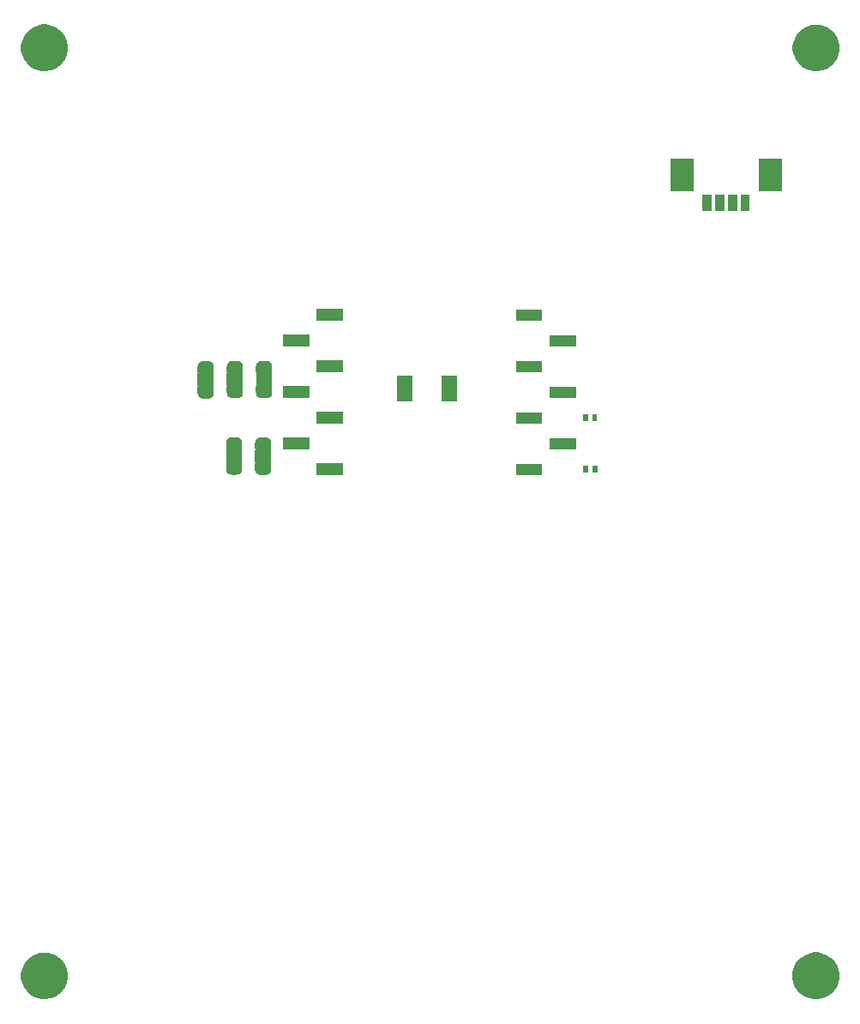
<source format=gbr>
G04 #@! TF.GenerationSoftware,KiCad,Pcbnew,(5.1.2)-2*
G04 #@! TF.CreationDate,2021-12-15T08:57:31-03:00*
G04 #@! TF.ProjectId,MAG_Plus,4d41475f-506c-4757-932e-6b696361645f,rev?*
G04 #@! TF.SameCoordinates,Original*
G04 #@! TF.FileFunction,Soldermask,Top*
G04 #@! TF.FilePolarity,Negative*
%FSLAX46Y46*%
G04 Gerber Fmt 4.6, Leading zero omitted, Abs format (unit mm)*
G04 Created by KiCad (PCBNEW (5.1.2)-2) date 2021-12-15 08:57:31*
%MOMM*%
%LPD*%
G04 APERTURE LIST*
%ADD10C,0.100000*%
G04 APERTURE END LIST*
D10*
G36*
X125248903Y-233563213D02*
G01*
X125471177Y-233607426D01*
X125889932Y-233780880D01*
X126266802Y-234032696D01*
X126587304Y-234353198D01*
X126839120Y-234730068D01*
X127012574Y-235148823D01*
X127101000Y-235593371D01*
X127101000Y-236046629D01*
X127012574Y-236491177D01*
X126839120Y-236909932D01*
X126587304Y-237286802D01*
X126266802Y-237607304D01*
X125889932Y-237859120D01*
X125471177Y-238032574D01*
X125248903Y-238076787D01*
X125026630Y-238121000D01*
X124573370Y-238121000D01*
X124351097Y-238076787D01*
X124128823Y-238032574D01*
X123710068Y-237859120D01*
X123333198Y-237607304D01*
X123012696Y-237286802D01*
X122760880Y-236909932D01*
X122587426Y-236491177D01*
X122499000Y-236046629D01*
X122499000Y-235593371D01*
X122587426Y-235148823D01*
X122760880Y-234730068D01*
X123012696Y-234353198D01*
X123333198Y-234032696D01*
X123710068Y-233780880D01*
X124128823Y-233607426D01*
X124351097Y-233563213D01*
X124573370Y-233519000D01*
X125026630Y-233519000D01*
X125248903Y-233563213D01*
X125248903Y-233563213D01*
G37*
G36*
X201438903Y-233553213D02*
G01*
X201661177Y-233597426D01*
X202079932Y-233770880D01*
X202456802Y-234022696D01*
X202777304Y-234343198D01*
X203029120Y-234720068D01*
X203202574Y-235138823D01*
X203291000Y-235583371D01*
X203291000Y-236036629D01*
X203202574Y-236481177D01*
X203029120Y-236899932D01*
X202777304Y-237276802D01*
X202456802Y-237597304D01*
X202079932Y-237849120D01*
X201661177Y-238022574D01*
X201438903Y-238066787D01*
X201216630Y-238111000D01*
X200763370Y-238111000D01*
X200541097Y-238066787D01*
X200318823Y-238022574D01*
X199900068Y-237849120D01*
X199523198Y-237597304D01*
X199202696Y-237276802D01*
X198950880Y-236899932D01*
X198777426Y-236481177D01*
X198689000Y-236036629D01*
X198689000Y-235583371D01*
X198777426Y-235138823D01*
X198950880Y-234720068D01*
X199202696Y-234343198D01*
X199523198Y-234022696D01*
X199900068Y-233770880D01*
X200318823Y-233597426D01*
X200541097Y-233553213D01*
X200763370Y-233509000D01*
X201216630Y-233509000D01*
X201438903Y-233553213D01*
X201438903Y-233553213D01*
G37*
G36*
X146672199Y-182669954D02*
G01*
X146684450Y-182670556D01*
X146702869Y-182670556D01*
X146725149Y-182672750D01*
X146809233Y-182689476D01*
X146830660Y-182695976D01*
X146909858Y-182728780D01*
X146915303Y-182731691D01*
X146915309Y-182731693D01*
X146924169Y-182736429D01*
X146924173Y-182736432D01*
X146929614Y-182739340D01*
X147000899Y-182786971D01*
X147018204Y-182801172D01*
X147078828Y-182861796D01*
X147093029Y-182879101D01*
X147140660Y-182950386D01*
X147143568Y-182955827D01*
X147143571Y-182955831D01*
X147148307Y-182964691D01*
X147148309Y-182964697D01*
X147151220Y-182970142D01*
X147184024Y-183049340D01*
X147190524Y-183070767D01*
X147207250Y-183154851D01*
X147209444Y-183177131D01*
X147209444Y-183195550D01*
X147210046Y-183207801D01*
X147211852Y-183226139D01*
X147211852Y-183763860D01*
X147210263Y-183779999D01*
X147205855Y-183794528D01*
X147200394Y-183807711D01*
X147195612Y-183831745D01*
X147195611Y-183856249D01*
X147200391Y-183880282D01*
X147209768Y-183902921D01*
X147211000Y-183904765D01*
X147211000Y-185136050D01*
X147204525Y-185148164D01*
X147197412Y-185171613D01*
X147195010Y-185195999D01*
X147197412Y-185220385D01*
X147204525Y-185243834D01*
X147206848Y-185248746D01*
X147210263Y-185260001D01*
X147211852Y-185276140D01*
X147211852Y-185813862D01*
X147210046Y-185832199D01*
X147209444Y-185844450D01*
X147209444Y-185862869D01*
X147207250Y-185885149D01*
X147190524Y-185969233D01*
X147184024Y-185990660D01*
X147151220Y-186069858D01*
X147148309Y-186075303D01*
X147148307Y-186075309D01*
X147143571Y-186084169D01*
X147143568Y-186084173D01*
X147140660Y-186089614D01*
X147093029Y-186160899D01*
X147078828Y-186178204D01*
X147018204Y-186238828D01*
X147000899Y-186253029D01*
X146929614Y-186300660D01*
X146924173Y-186303568D01*
X146924169Y-186303571D01*
X146915309Y-186308307D01*
X146915303Y-186308309D01*
X146909858Y-186311220D01*
X146830660Y-186344024D01*
X146809233Y-186350524D01*
X146725149Y-186367250D01*
X146702869Y-186369444D01*
X146684450Y-186369444D01*
X146672199Y-186370046D01*
X146653862Y-186371852D01*
X146166138Y-186371852D01*
X146147801Y-186370046D01*
X146135550Y-186369444D01*
X146117131Y-186369444D01*
X146094851Y-186367250D01*
X146010767Y-186350524D01*
X145989340Y-186344024D01*
X145910142Y-186311220D01*
X145904697Y-186308309D01*
X145904691Y-186308307D01*
X145895831Y-186303571D01*
X145895827Y-186303568D01*
X145890386Y-186300660D01*
X145819101Y-186253029D01*
X145801796Y-186238828D01*
X145741172Y-186178204D01*
X145726971Y-186160899D01*
X145679340Y-186089614D01*
X145676432Y-186084173D01*
X145676429Y-186084169D01*
X145671693Y-186075309D01*
X145671691Y-186075303D01*
X145668780Y-186069858D01*
X145635976Y-185990660D01*
X145629476Y-185969233D01*
X145612750Y-185885149D01*
X145610556Y-185862869D01*
X145610556Y-185844450D01*
X145609954Y-185832199D01*
X145608148Y-185813862D01*
X145608148Y-185276140D01*
X145609737Y-185260001D01*
X145614145Y-185245472D01*
X145619606Y-185232289D01*
X145624388Y-185208255D01*
X145624389Y-185183751D01*
X145619609Y-185159718D01*
X145610232Y-185137079D01*
X145609000Y-185135235D01*
X145609000Y-183903950D01*
X145615475Y-183891836D01*
X145622588Y-183868387D01*
X145624990Y-183844001D01*
X145622588Y-183819615D01*
X145615475Y-183796166D01*
X145613152Y-183791254D01*
X145609737Y-183779999D01*
X145608148Y-183763860D01*
X145608148Y-183226139D01*
X145609954Y-183207801D01*
X145610556Y-183195550D01*
X145610556Y-183177131D01*
X145612750Y-183154851D01*
X145629476Y-183070767D01*
X145635976Y-183049340D01*
X145668780Y-182970142D01*
X145671691Y-182964697D01*
X145671693Y-182964691D01*
X145676429Y-182955831D01*
X145676432Y-182955827D01*
X145679340Y-182950386D01*
X145726971Y-182879101D01*
X145741172Y-182861796D01*
X145801796Y-182801172D01*
X145819101Y-182786971D01*
X145890386Y-182739340D01*
X145895827Y-182736432D01*
X145895831Y-182736429D01*
X145904691Y-182731693D01*
X145904697Y-182731691D01*
X145910142Y-182728780D01*
X145989340Y-182695976D01*
X146010767Y-182689476D01*
X146094851Y-182672750D01*
X146117131Y-182670556D01*
X146135550Y-182670556D01*
X146147801Y-182669954D01*
X146166139Y-182668148D01*
X146653861Y-182668148D01*
X146672199Y-182669954D01*
X146672199Y-182669954D01*
G37*
G36*
X173971000Y-186371000D02*
G01*
X171359000Y-186371000D01*
X171359000Y-185269000D01*
X173971000Y-185269000D01*
X173971000Y-186371000D01*
X173971000Y-186371000D01*
G37*
G36*
X143802199Y-182649954D02*
G01*
X143814450Y-182650556D01*
X143832869Y-182650556D01*
X143855149Y-182652750D01*
X143939233Y-182669476D01*
X143960660Y-182675976D01*
X144039858Y-182708780D01*
X144045303Y-182711691D01*
X144045309Y-182711693D01*
X144054169Y-182716429D01*
X144054173Y-182716432D01*
X144059614Y-182719340D01*
X144130899Y-182766971D01*
X144148204Y-182781172D01*
X144208828Y-182841796D01*
X144223029Y-182859101D01*
X144270660Y-182930386D01*
X144273568Y-182935827D01*
X144273571Y-182935831D01*
X144278307Y-182944691D01*
X144278309Y-182944697D01*
X144281220Y-182950142D01*
X144314024Y-183029340D01*
X144320524Y-183050767D01*
X144337250Y-183134851D01*
X144339444Y-183157131D01*
X144339444Y-183175550D01*
X144340046Y-183187801D01*
X144341852Y-183206139D01*
X144341852Y-183743860D01*
X144340263Y-183759999D01*
X144335855Y-183774528D01*
X144330394Y-183787711D01*
X144325612Y-183811745D01*
X144325611Y-183836249D01*
X144330391Y-183860282D01*
X144339768Y-183882921D01*
X144341000Y-183884765D01*
X144341000Y-185116050D01*
X144334525Y-185128164D01*
X144327412Y-185151613D01*
X144325010Y-185175999D01*
X144327412Y-185200385D01*
X144334525Y-185223834D01*
X144336848Y-185228746D01*
X144340263Y-185240001D01*
X144341852Y-185256140D01*
X144341852Y-185793862D01*
X144340046Y-185812199D01*
X144339444Y-185824450D01*
X144339444Y-185842869D01*
X144337250Y-185865149D01*
X144320524Y-185949233D01*
X144314024Y-185970660D01*
X144281220Y-186049858D01*
X144278309Y-186055303D01*
X144278307Y-186055309D01*
X144273571Y-186064169D01*
X144273568Y-186064173D01*
X144270660Y-186069614D01*
X144223029Y-186140899D01*
X144208828Y-186158204D01*
X144148204Y-186218828D01*
X144130899Y-186233029D01*
X144059614Y-186280660D01*
X144054173Y-186283568D01*
X144054169Y-186283571D01*
X144045309Y-186288307D01*
X144045303Y-186288309D01*
X144039858Y-186291220D01*
X143960660Y-186324024D01*
X143939233Y-186330524D01*
X143855149Y-186347250D01*
X143832869Y-186349444D01*
X143814450Y-186349444D01*
X143802199Y-186350046D01*
X143783862Y-186351852D01*
X143296138Y-186351852D01*
X143277801Y-186350046D01*
X143265550Y-186349444D01*
X143247131Y-186349444D01*
X143224851Y-186347250D01*
X143140767Y-186330524D01*
X143119340Y-186324024D01*
X143040142Y-186291220D01*
X143034697Y-186288309D01*
X143034691Y-186288307D01*
X143025831Y-186283571D01*
X143025827Y-186283568D01*
X143020386Y-186280660D01*
X142949101Y-186233029D01*
X142931796Y-186218828D01*
X142871172Y-186158204D01*
X142856971Y-186140899D01*
X142809340Y-186069614D01*
X142806432Y-186064173D01*
X142806429Y-186064169D01*
X142801693Y-186055309D01*
X142801691Y-186055303D01*
X142798780Y-186049858D01*
X142765976Y-185970660D01*
X142759476Y-185949233D01*
X142742750Y-185865149D01*
X142740556Y-185842869D01*
X142740556Y-185824450D01*
X142739954Y-185812199D01*
X142738148Y-185793862D01*
X142738148Y-185256140D01*
X142739737Y-185240001D01*
X142744145Y-185225472D01*
X142749606Y-185212289D01*
X142754388Y-185188255D01*
X142754389Y-185163751D01*
X142749609Y-185139718D01*
X142740232Y-185117079D01*
X142739000Y-185115235D01*
X142739000Y-183883950D01*
X142745475Y-183871836D01*
X142752588Y-183848387D01*
X142754990Y-183824001D01*
X142752588Y-183799615D01*
X142745475Y-183776166D01*
X142743152Y-183771254D01*
X142739737Y-183759999D01*
X142738148Y-183743860D01*
X142738148Y-183206139D01*
X142739954Y-183187801D01*
X142740556Y-183175550D01*
X142740556Y-183157131D01*
X142742750Y-183134851D01*
X142759476Y-183050767D01*
X142765976Y-183029340D01*
X142798780Y-182950142D01*
X142801691Y-182944697D01*
X142801693Y-182944691D01*
X142806429Y-182935831D01*
X142806432Y-182935827D01*
X142809340Y-182930386D01*
X142856971Y-182859101D01*
X142871172Y-182841796D01*
X142931796Y-182781172D01*
X142949101Y-182766971D01*
X143020386Y-182719340D01*
X143025827Y-182716432D01*
X143025831Y-182716429D01*
X143034691Y-182711693D01*
X143034697Y-182711691D01*
X143040142Y-182708780D01*
X143119340Y-182675976D01*
X143140767Y-182669476D01*
X143224851Y-182652750D01*
X143247131Y-182650556D01*
X143265550Y-182650556D01*
X143277801Y-182649954D01*
X143296139Y-182648148D01*
X143783861Y-182648148D01*
X143802199Y-182649954D01*
X143802199Y-182649954D01*
G37*
G36*
X154281000Y-186351000D02*
G01*
X151669000Y-186351000D01*
X151669000Y-185249000D01*
X154281000Y-185249000D01*
X154281000Y-186351000D01*
X154281000Y-186351000D01*
G37*
G36*
X178501000Y-186181000D02*
G01*
X177999000Y-186181000D01*
X177999000Y-185479000D01*
X178501000Y-185479000D01*
X178501000Y-186181000D01*
X178501000Y-186181000D01*
G37*
G36*
X179401000Y-186181000D02*
G01*
X178899000Y-186181000D01*
X178899000Y-185479000D01*
X179401000Y-185479000D01*
X179401000Y-186181000D01*
X179401000Y-186181000D01*
G37*
G36*
X177281000Y-183831000D02*
G01*
X174669000Y-183831000D01*
X174669000Y-182729000D01*
X177281000Y-182729000D01*
X177281000Y-183831000D01*
X177281000Y-183831000D01*
G37*
G36*
X150971000Y-183811000D02*
G01*
X148359000Y-183811000D01*
X148359000Y-182709000D01*
X150971000Y-182709000D01*
X150971000Y-183811000D01*
X150971000Y-183811000D01*
G37*
G36*
X173971000Y-181291000D02*
G01*
X171359000Y-181291000D01*
X171359000Y-180189000D01*
X173971000Y-180189000D01*
X173971000Y-181291000D01*
X173971000Y-181291000D01*
G37*
G36*
X154281000Y-181271000D02*
G01*
X151669000Y-181271000D01*
X151669000Y-180169000D01*
X154281000Y-180169000D01*
X154281000Y-181271000D01*
X154281000Y-181271000D01*
G37*
G36*
X179391000Y-181091000D02*
G01*
X178889000Y-181091000D01*
X178889000Y-180389000D01*
X179391000Y-180389000D01*
X179391000Y-181091000D01*
X179391000Y-181091000D01*
G37*
G36*
X178491000Y-181091000D02*
G01*
X177989000Y-181091000D01*
X177989000Y-180389000D01*
X178491000Y-180389000D01*
X178491000Y-181091000D01*
X178491000Y-181091000D01*
G37*
G36*
X161156000Y-179106000D02*
G01*
X159604000Y-179106000D01*
X159604000Y-176604000D01*
X161156000Y-176604000D01*
X161156000Y-179106000D01*
X161156000Y-179106000D01*
G37*
G36*
X165556000Y-179106000D02*
G01*
X164004000Y-179106000D01*
X164004000Y-176604000D01*
X165556000Y-176604000D01*
X165556000Y-179106000D01*
X165556000Y-179106000D01*
G37*
G36*
X141002199Y-175119954D02*
G01*
X141014450Y-175120556D01*
X141032869Y-175120556D01*
X141055149Y-175122750D01*
X141139233Y-175139476D01*
X141160660Y-175145976D01*
X141239858Y-175178780D01*
X141245303Y-175181691D01*
X141245309Y-175181693D01*
X141254169Y-175186429D01*
X141254173Y-175186432D01*
X141259614Y-175189340D01*
X141330899Y-175236971D01*
X141348204Y-175251172D01*
X141408828Y-175311796D01*
X141423029Y-175329101D01*
X141470660Y-175400386D01*
X141473568Y-175405827D01*
X141473571Y-175405831D01*
X141478307Y-175414691D01*
X141478309Y-175414697D01*
X141481220Y-175420142D01*
X141514024Y-175499340D01*
X141520524Y-175520767D01*
X141537250Y-175604851D01*
X141539444Y-175627131D01*
X141539444Y-175645550D01*
X141540046Y-175657801D01*
X141541852Y-175676139D01*
X141541852Y-176213860D01*
X141540263Y-176229999D01*
X141535855Y-176244528D01*
X141530394Y-176257711D01*
X141525612Y-176281745D01*
X141525611Y-176306249D01*
X141530391Y-176330282D01*
X141539768Y-176352921D01*
X141541000Y-176354765D01*
X141541000Y-177586050D01*
X141534525Y-177598164D01*
X141527412Y-177621613D01*
X141525010Y-177645999D01*
X141527412Y-177670385D01*
X141534525Y-177693834D01*
X141536848Y-177698746D01*
X141540263Y-177710001D01*
X141541852Y-177726140D01*
X141541852Y-178263862D01*
X141540046Y-178282199D01*
X141539444Y-178294450D01*
X141539444Y-178312869D01*
X141537250Y-178335149D01*
X141520524Y-178419233D01*
X141514024Y-178440660D01*
X141481220Y-178519858D01*
X141478309Y-178525303D01*
X141478307Y-178525309D01*
X141473571Y-178534169D01*
X141473568Y-178534173D01*
X141470660Y-178539614D01*
X141423029Y-178610899D01*
X141408828Y-178628204D01*
X141348204Y-178688828D01*
X141330899Y-178703029D01*
X141259614Y-178750660D01*
X141254173Y-178753568D01*
X141254169Y-178753571D01*
X141245309Y-178758307D01*
X141245303Y-178758309D01*
X141239858Y-178761220D01*
X141160660Y-178794024D01*
X141139233Y-178800524D01*
X141055149Y-178817250D01*
X141032869Y-178819444D01*
X141014450Y-178819444D01*
X141002199Y-178820046D01*
X140983862Y-178821852D01*
X140496138Y-178821852D01*
X140477801Y-178820046D01*
X140465550Y-178819444D01*
X140447131Y-178819444D01*
X140424851Y-178817250D01*
X140340767Y-178800524D01*
X140319340Y-178794024D01*
X140240142Y-178761220D01*
X140234697Y-178758309D01*
X140234691Y-178758307D01*
X140225831Y-178753571D01*
X140225827Y-178753568D01*
X140220386Y-178750660D01*
X140149101Y-178703029D01*
X140131796Y-178688828D01*
X140071172Y-178628204D01*
X140056971Y-178610899D01*
X140009340Y-178539614D01*
X140006432Y-178534173D01*
X140006429Y-178534169D01*
X140001693Y-178525309D01*
X140001691Y-178525303D01*
X139998780Y-178519858D01*
X139965976Y-178440660D01*
X139959476Y-178419233D01*
X139942750Y-178335149D01*
X139940556Y-178312869D01*
X139940556Y-178294450D01*
X139939954Y-178282199D01*
X139938148Y-178263862D01*
X139938148Y-177726140D01*
X139939737Y-177710001D01*
X139944145Y-177695472D01*
X139949606Y-177682289D01*
X139954388Y-177658255D01*
X139954389Y-177633751D01*
X139949609Y-177609718D01*
X139940232Y-177587079D01*
X139939000Y-177585235D01*
X139939000Y-176353950D01*
X139945475Y-176341836D01*
X139952588Y-176318387D01*
X139954990Y-176294001D01*
X139952588Y-176269615D01*
X139945475Y-176246166D01*
X139943152Y-176241254D01*
X139939737Y-176229999D01*
X139938148Y-176213860D01*
X139938148Y-175676139D01*
X139939954Y-175657801D01*
X139940556Y-175645550D01*
X139940556Y-175627131D01*
X139942750Y-175604851D01*
X139959476Y-175520767D01*
X139965976Y-175499340D01*
X139998780Y-175420142D01*
X140001691Y-175414697D01*
X140001693Y-175414691D01*
X140006429Y-175405831D01*
X140006432Y-175405827D01*
X140009340Y-175400386D01*
X140056971Y-175329101D01*
X140071172Y-175311796D01*
X140131796Y-175251172D01*
X140149101Y-175236971D01*
X140220386Y-175189340D01*
X140225827Y-175186432D01*
X140225831Y-175186429D01*
X140234691Y-175181693D01*
X140234697Y-175181691D01*
X140240142Y-175178780D01*
X140319340Y-175145976D01*
X140340767Y-175139476D01*
X140424851Y-175122750D01*
X140447131Y-175120556D01*
X140465550Y-175120556D01*
X140477801Y-175119954D01*
X140496139Y-175118148D01*
X140983861Y-175118148D01*
X141002199Y-175119954D01*
X141002199Y-175119954D01*
G37*
G36*
X143882199Y-175099954D02*
G01*
X143894450Y-175100556D01*
X143912869Y-175100556D01*
X143935149Y-175102750D01*
X144019233Y-175119476D01*
X144040660Y-175125976D01*
X144119858Y-175158780D01*
X144125303Y-175161691D01*
X144125309Y-175161693D01*
X144134169Y-175166429D01*
X144134173Y-175166432D01*
X144139614Y-175169340D01*
X144210899Y-175216971D01*
X144228204Y-175231172D01*
X144288828Y-175291796D01*
X144303029Y-175309101D01*
X144350660Y-175380386D01*
X144353568Y-175385827D01*
X144353571Y-175385831D01*
X144358307Y-175394691D01*
X144358309Y-175394697D01*
X144361220Y-175400142D01*
X144394024Y-175479340D01*
X144400524Y-175500767D01*
X144417250Y-175584851D01*
X144419444Y-175607131D01*
X144419444Y-175625550D01*
X144420046Y-175637801D01*
X144421852Y-175656139D01*
X144421852Y-176193860D01*
X144420263Y-176209999D01*
X144415855Y-176224528D01*
X144410394Y-176237711D01*
X144405612Y-176261745D01*
X144405611Y-176286249D01*
X144410391Y-176310282D01*
X144419768Y-176332921D01*
X144421000Y-176334765D01*
X144421000Y-177566050D01*
X144414525Y-177578164D01*
X144407412Y-177601613D01*
X144405010Y-177625999D01*
X144407412Y-177650385D01*
X144414525Y-177673834D01*
X144416848Y-177678746D01*
X144420263Y-177690001D01*
X144421852Y-177706140D01*
X144421852Y-178243862D01*
X144420046Y-178262199D01*
X144419444Y-178274450D01*
X144419444Y-178292869D01*
X144417250Y-178315149D01*
X144400524Y-178399233D01*
X144394024Y-178420660D01*
X144361220Y-178499858D01*
X144358309Y-178505303D01*
X144358307Y-178505309D01*
X144353571Y-178514169D01*
X144353568Y-178514173D01*
X144350660Y-178519614D01*
X144303029Y-178590899D01*
X144288828Y-178608204D01*
X144228204Y-178668828D01*
X144210899Y-178683029D01*
X144139614Y-178730660D01*
X144134173Y-178733568D01*
X144134169Y-178733571D01*
X144125309Y-178738307D01*
X144125303Y-178738309D01*
X144119858Y-178741220D01*
X144040660Y-178774024D01*
X144019233Y-178780524D01*
X143935149Y-178797250D01*
X143912869Y-178799444D01*
X143894450Y-178799444D01*
X143882199Y-178800046D01*
X143863862Y-178801852D01*
X143376138Y-178801852D01*
X143357801Y-178800046D01*
X143345550Y-178799444D01*
X143327131Y-178799444D01*
X143304851Y-178797250D01*
X143220767Y-178780524D01*
X143199340Y-178774024D01*
X143120142Y-178741220D01*
X143114697Y-178738309D01*
X143114691Y-178738307D01*
X143105831Y-178733571D01*
X143105827Y-178733568D01*
X143100386Y-178730660D01*
X143029101Y-178683029D01*
X143011796Y-178668828D01*
X142951172Y-178608204D01*
X142936971Y-178590899D01*
X142889340Y-178519614D01*
X142886432Y-178514173D01*
X142886429Y-178514169D01*
X142881693Y-178505309D01*
X142881691Y-178505303D01*
X142878780Y-178499858D01*
X142845976Y-178420660D01*
X142839476Y-178399233D01*
X142822750Y-178315149D01*
X142820556Y-178292869D01*
X142820556Y-178274450D01*
X142819954Y-178262199D01*
X142818148Y-178243862D01*
X142818148Y-177706140D01*
X142819737Y-177690001D01*
X142824145Y-177675472D01*
X142829606Y-177662289D01*
X142834388Y-177638255D01*
X142834389Y-177613751D01*
X142829609Y-177589718D01*
X142820232Y-177567079D01*
X142819000Y-177565235D01*
X142819000Y-176333950D01*
X142825475Y-176321836D01*
X142832588Y-176298387D01*
X142834990Y-176274001D01*
X142832588Y-176249615D01*
X142825475Y-176226166D01*
X142823152Y-176221254D01*
X142819737Y-176209999D01*
X142818148Y-176193860D01*
X142818148Y-175656139D01*
X142819954Y-175637801D01*
X142820556Y-175625550D01*
X142820556Y-175607131D01*
X142822750Y-175584851D01*
X142839476Y-175500767D01*
X142845976Y-175479340D01*
X142878780Y-175400142D01*
X142881691Y-175394697D01*
X142881693Y-175394691D01*
X142886429Y-175385831D01*
X142886432Y-175385827D01*
X142889340Y-175380386D01*
X142936971Y-175309101D01*
X142951172Y-175291796D01*
X143011796Y-175231172D01*
X143029101Y-175216971D01*
X143100386Y-175169340D01*
X143105827Y-175166432D01*
X143105831Y-175166429D01*
X143114691Y-175161693D01*
X143114697Y-175161691D01*
X143120142Y-175158780D01*
X143199340Y-175125976D01*
X143220767Y-175119476D01*
X143304851Y-175102750D01*
X143327131Y-175100556D01*
X143345550Y-175100556D01*
X143357801Y-175099954D01*
X143376139Y-175098148D01*
X143863861Y-175098148D01*
X143882199Y-175099954D01*
X143882199Y-175099954D01*
G37*
G36*
X146762199Y-175099954D02*
G01*
X146774450Y-175100556D01*
X146792869Y-175100556D01*
X146815149Y-175102750D01*
X146899233Y-175119476D01*
X146920660Y-175125976D01*
X146999858Y-175158780D01*
X147005303Y-175161691D01*
X147005309Y-175161693D01*
X147014169Y-175166429D01*
X147014173Y-175166432D01*
X147019614Y-175169340D01*
X147090899Y-175216971D01*
X147108204Y-175231172D01*
X147168828Y-175291796D01*
X147183029Y-175309101D01*
X147230660Y-175380386D01*
X147233568Y-175385827D01*
X147233571Y-175385831D01*
X147238307Y-175394691D01*
X147238309Y-175394697D01*
X147241220Y-175400142D01*
X147274024Y-175479340D01*
X147280524Y-175500767D01*
X147297250Y-175584851D01*
X147299444Y-175607131D01*
X147299444Y-175625550D01*
X147300046Y-175637801D01*
X147301852Y-175656139D01*
X147301852Y-176193860D01*
X147300263Y-176209999D01*
X147295855Y-176224528D01*
X147290394Y-176237711D01*
X147285612Y-176261745D01*
X147285611Y-176286249D01*
X147290391Y-176310282D01*
X147299768Y-176332921D01*
X147301000Y-176334765D01*
X147301000Y-177566050D01*
X147294525Y-177578164D01*
X147287412Y-177601613D01*
X147285010Y-177625999D01*
X147287412Y-177650385D01*
X147294525Y-177673834D01*
X147296848Y-177678746D01*
X147300263Y-177690001D01*
X147301852Y-177706140D01*
X147301852Y-178243862D01*
X147300046Y-178262199D01*
X147299444Y-178274450D01*
X147299444Y-178292869D01*
X147297250Y-178315149D01*
X147280524Y-178399233D01*
X147274024Y-178420660D01*
X147241220Y-178499858D01*
X147238309Y-178505303D01*
X147238307Y-178505309D01*
X147233571Y-178514169D01*
X147233568Y-178514173D01*
X147230660Y-178519614D01*
X147183029Y-178590899D01*
X147168828Y-178608204D01*
X147108204Y-178668828D01*
X147090899Y-178683029D01*
X147019614Y-178730660D01*
X147014173Y-178733568D01*
X147014169Y-178733571D01*
X147005309Y-178738307D01*
X147005303Y-178738309D01*
X146999858Y-178741220D01*
X146920660Y-178774024D01*
X146899233Y-178780524D01*
X146815149Y-178797250D01*
X146792869Y-178799444D01*
X146774450Y-178799444D01*
X146762199Y-178800046D01*
X146743862Y-178801852D01*
X146256138Y-178801852D01*
X146237801Y-178800046D01*
X146225550Y-178799444D01*
X146207131Y-178799444D01*
X146184851Y-178797250D01*
X146100767Y-178780524D01*
X146079340Y-178774024D01*
X146000142Y-178741220D01*
X145994697Y-178738309D01*
X145994691Y-178738307D01*
X145985831Y-178733571D01*
X145985827Y-178733568D01*
X145980386Y-178730660D01*
X145909101Y-178683029D01*
X145891796Y-178668828D01*
X145831172Y-178608204D01*
X145816971Y-178590899D01*
X145769340Y-178519614D01*
X145766432Y-178514173D01*
X145766429Y-178514169D01*
X145761693Y-178505309D01*
X145761691Y-178505303D01*
X145758780Y-178499858D01*
X145725976Y-178420660D01*
X145719476Y-178399233D01*
X145702750Y-178315149D01*
X145700556Y-178292869D01*
X145700556Y-178274450D01*
X145699954Y-178262199D01*
X145698148Y-178243862D01*
X145698148Y-177706140D01*
X145699737Y-177690001D01*
X145704145Y-177675472D01*
X145709606Y-177662289D01*
X145714388Y-177638255D01*
X145714389Y-177613751D01*
X145709609Y-177589718D01*
X145700232Y-177567079D01*
X145699000Y-177565235D01*
X145699000Y-176333950D01*
X145705475Y-176321836D01*
X145712588Y-176298387D01*
X145714990Y-176274001D01*
X145712588Y-176249615D01*
X145705475Y-176226166D01*
X145703152Y-176221254D01*
X145699737Y-176209999D01*
X145698148Y-176193860D01*
X145698148Y-175656139D01*
X145699954Y-175637801D01*
X145700556Y-175625550D01*
X145700556Y-175607131D01*
X145702750Y-175584851D01*
X145719476Y-175500767D01*
X145725976Y-175479340D01*
X145758780Y-175400142D01*
X145761691Y-175394697D01*
X145761693Y-175394691D01*
X145766429Y-175385831D01*
X145766432Y-175385827D01*
X145769340Y-175380386D01*
X145816971Y-175309101D01*
X145831172Y-175291796D01*
X145891796Y-175231172D01*
X145909101Y-175216971D01*
X145980386Y-175169340D01*
X145985827Y-175166432D01*
X145985831Y-175166429D01*
X145994691Y-175161693D01*
X145994697Y-175161691D01*
X146000142Y-175158780D01*
X146079340Y-175125976D01*
X146100767Y-175119476D01*
X146184851Y-175102750D01*
X146207131Y-175100556D01*
X146225550Y-175100556D01*
X146237801Y-175099954D01*
X146256139Y-175098148D01*
X146743861Y-175098148D01*
X146762199Y-175099954D01*
X146762199Y-175099954D01*
G37*
G36*
X177281000Y-178751000D02*
G01*
X174669000Y-178751000D01*
X174669000Y-177649000D01*
X177281000Y-177649000D01*
X177281000Y-178751000D01*
X177281000Y-178751000D01*
G37*
G36*
X150971000Y-178731000D02*
G01*
X148359000Y-178731000D01*
X148359000Y-177629000D01*
X150971000Y-177629000D01*
X150971000Y-178731000D01*
X150971000Y-178731000D01*
G37*
G36*
X173971000Y-176211000D02*
G01*
X171359000Y-176211000D01*
X171359000Y-175109000D01*
X173971000Y-175109000D01*
X173971000Y-176211000D01*
X173971000Y-176211000D01*
G37*
G36*
X154281000Y-176191000D02*
G01*
X151669000Y-176191000D01*
X151669000Y-175089000D01*
X154281000Y-175089000D01*
X154281000Y-176191000D01*
X154281000Y-176191000D01*
G37*
G36*
X177281000Y-173671000D02*
G01*
X174669000Y-173671000D01*
X174669000Y-172569000D01*
X177281000Y-172569000D01*
X177281000Y-173671000D01*
X177281000Y-173671000D01*
G37*
G36*
X150971000Y-173651000D02*
G01*
X148359000Y-173651000D01*
X148359000Y-172549000D01*
X150971000Y-172549000D01*
X150971000Y-173651000D01*
X150971000Y-173651000D01*
G37*
G36*
X173971000Y-171131000D02*
G01*
X171359000Y-171131000D01*
X171359000Y-170029000D01*
X173971000Y-170029000D01*
X173971000Y-171131000D01*
X173971000Y-171131000D01*
G37*
G36*
X154281000Y-171111000D02*
G01*
X151669000Y-171111000D01*
X151669000Y-170009000D01*
X154281000Y-170009000D01*
X154281000Y-171111000D01*
X154281000Y-171111000D01*
G37*
G36*
X193206000Y-160326000D02*
G01*
X192304000Y-160326000D01*
X192304000Y-158724000D01*
X193206000Y-158724000D01*
X193206000Y-160326000D01*
X193206000Y-160326000D01*
G37*
G36*
X191956000Y-160326000D02*
G01*
X191054000Y-160326000D01*
X191054000Y-158724000D01*
X191956000Y-158724000D01*
X191956000Y-160326000D01*
X191956000Y-160326000D01*
G37*
G36*
X190706000Y-160326000D02*
G01*
X189804000Y-160326000D01*
X189804000Y-158724000D01*
X190706000Y-158724000D01*
X190706000Y-160326000D01*
X190706000Y-160326000D01*
G37*
G36*
X194456000Y-160326000D02*
G01*
X193554000Y-160326000D01*
X193554000Y-158724000D01*
X194456000Y-158724000D01*
X194456000Y-160326000D01*
X194456000Y-160326000D01*
G37*
G36*
X197656000Y-158376000D02*
G01*
X195354000Y-158376000D01*
X195354000Y-155174000D01*
X197656000Y-155174000D01*
X197656000Y-158376000D01*
X197656000Y-158376000D01*
G37*
G36*
X188906000Y-158376000D02*
G01*
X186604000Y-158376000D01*
X186604000Y-155174000D01*
X188906000Y-155174000D01*
X188906000Y-158376000D01*
X188906000Y-158376000D01*
G37*
G36*
X201448903Y-141953213D02*
G01*
X201671177Y-141997426D01*
X202089932Y-142170880D01*
X202466802Y-142422696D01*
X202787304Y-142743198D01*
X203039120Y-143120068D01*
X203212574Y-143538823D01*
X203301000Y-143983371D01*
X203301000Y-144436629D01*
X203212574Y-144881177D01*
X203039120Y-145299932D01*
X202787304Y-145676802D01*
X202466802Y-145997304D01*
X202089932Y-146249120D01*
X201671177Y-146422574D01*
X201448903Y-146466787D01*
X201226630Y-146511000D01*
X200773370Y-146511000D01*
X200551097Y-146466787D01*
X200328823Y-146422574D01*
X199910068Y-146249120D01*
X199533198Y-145997304D01*
X199212696Y-145676802D01*
X198960880Y-145299932D01*
X198787426Y-144881177D01*
X198699000Y-144436629D01*
X198699000Y-143983371D01*
X198787426Y-143538823D01*
X198960880Y-143120068D01*
X199212696Y-142743198D01*
X199533198Y-142422696D01*
X199910068Y-142170880D01*
X200328823Y-141997426D01*
X200551097Y-141953213D01*
X200773370Y-141909000D01*
X201226630Y-141909000D01*
X201448903Y-141953213D01*
X201448903Y-141953213D01*
G37*
G36*
X125248903Y-141943213D02*
G01*
X125471177Y-141987426D01*
X125889932Y-142160880D01*
X126266802Y-142412696D01*
X126587304Y-142733198D01*
X126839120Y-143110068D01*
X127012574Y-143528823D01*
X127101000Y-143973371D01*
X127101000Y-144426629D01*
X127012574Y-144871177D01*
X126839120Y-145289932D01*
X126587304Y-145666802D01*
X126266802Y-145987304D01*
X125889932Y-146239120D01*
X125471177Y-146412574D01*
X125248903Y-146456787D01*
X125026630Y-146501000D01*
X124573370Y-146501000D01*
X124351097Y-146456787D01*
X124128823Y-146412574D01*
X123710068Y-146239120D01*
X123333198Y-145987304D01*
X123012696Y-145666802D01*
X122760880Y-145289932D01*
X122587426Y-144871177D01*
X122499000Y-144426629D01*
X122499000Y-143973371D01*
X122587426Y-143528823D01*
X122760880Y-143110068D01*
X123012696Y-142733198D01*
X123333198Y-142412696D01*
X123710068Y-142160880D01*
X124128823Y-141987426D01*
X124351097Y-141943213D01*
X124573370Y-141899000D01*
X125026630Y-141899000D01*
X125248903Y-141943213D01*
X125248903Y-141943213D01*
G37*
M02*

</source>
